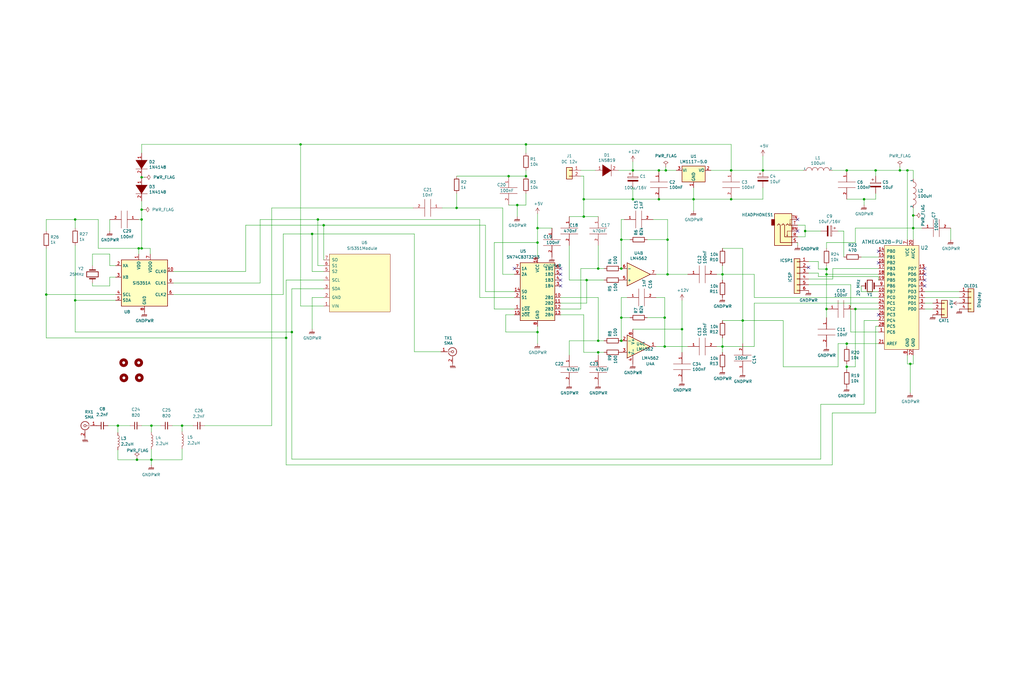
<source format=kicad_sch>
(kicad_sch (version 20211123) (generator eeschema)
  (paper "User" 450.012 299.999)
  (title_block (title "Headless uSDX") (date "2022-02-24") (rev "V0.01") (company "VU3CER. Based on WB2CBA work."))
  (junction (at 139.7 96.52))
  (junction (at 379.73 87.63))
  (junction (at 278.13 74.93))
  (junction (at 236.22 100.33))
  (junction (at 398.78 74.93))
  (junction (at 62.23 96.52))
  (junction (at 363.22 135.89))
  (junction (at 372.11 74.93))
  (junction (at 317.5 120.65))
  (junction (at 132.08 63.5))
  (junction (at 33.02 96.52))
  (junction (at 223.52 77.47))
  (junction (at 292.608 74.93))
  (junction (at 401.32 94.742))
  (junction (at 33.02 132.08))
  (junction (at 372.11 151.13))
  (junction (at 293.37 120.65))
  (junction (at 292.1 152.4))
  (junction (at 262.89 118.11))
  (junction (at 262.89 154.94))
  (junction (at 231.14 77.47))
  (junction (at 257.81 123.19))
  (junction (at 236.22 106.68))
  (junction (at 62.23 77.978))
  (junction (at 236.22 146.05))
  (junction (at 200.66 91.44))
  (junction (at 62.23 109.22))
  (junction (at 273.05 149.86))
  (junction (at 262.89 149.86))
  (junction (at 273.05 118.11))
  (junction (at 375.92 135.89))
  (junction (at 256.54 87.63))
  (junction (at 326.39 140.97))
  (junction (at 289.56 74.93))
  (junction (at 384.81 74.93))
  (junction (at 273.05 105.41))
  (junction (at 20.32 129.54))
  (junction (at 137.16 102.87))
  (junction (at 304.8 87.63))
  (junction (at 299.72 144.78))
  (junction (at 353.822 101.6))
  (junction (at 372.11 161.29))
  (junction (at 227.33 90.17))
  (junction (at 363.22 120.65))
  (junction (at 51.816 187.198))
  (junction (at 289.56 87.63))
  (junction (at 66.548 202.184))
  (junction (at 321.31 87.63))
  (junction (at 66.548 187.198))
  (junction (at 60.198 202.184))
  (junction (at 60.96 109.22))
  (junction (at 292.1 139.7))
  (junction (at 317.5 152.4))
  (junction (at 256.54 95.25))
  (junction (at 128.27 146.05))
  (junction (at 395.478 74.93))
  (junction (at 335.28 74.93))
  (junction (at 400.05 160.02))
  (junction (at 363.22 118.364))
  (junction (at 80.01 187.198))
  (junction (at 273.05 139.7))
  (junction (at 401.32 100.33))
  (junction (at 125.73 148.59))
  (junction (at 62.23 92.202))
  (junction (at 142.24 99.06))
  (junction (at 321.31 74.93))
  (junction (at 293.37 105.41))
  (junction (at 278.13 87.63))
  (junction (at 231.14 63.5))
  (no_connect (at 386.08 110.49))
  (no_connect (at 355.346 117.602))
  (no_connect (at 350.52 101.6))
  (no_connect (at 226.06 118.11))
  (no_connect (at 246.38 125.73))
  (no_connect (at 246.38 118.11))
  (no_connect (at 246.38 120.65))
  (no_connect (at 246.38 123.19))
  (no_connect (at 386.08 115.57))
  (no_connect (at 406.4 118.11))
  (no_connect (at 406.4 120.65))
  (no_connect (at 406.4 125.73))
  (no_connect (at 350.52 96.52))
  (no_connect (at 386.08 138.43))
  (no_connect (at 406.4 123.19))
  (wire (pts (xy 262.89 154.94) (xy 265.43 154.94)))
  (wire (pts (xy 250.19 95.25) (xy 256.54 95.25)))
  (wire (pts (xy 62.23 77.978) (xy 62.23 78.232)))
  (wire (pts (xy 384.81 87.63) (xy 384.81 85.09)))
  (wire (pts (xy 400.05 160.02) (xy 400.05 172.72)))
  (wire (pts (xy 20.32 129.54) (xy 50.8 129.54)))
  (wire (pts (xy 250.19 107.95) (xy 250.19 123.19)))
  (wire (pts (xy 262.89 107.95) (xy 262.89 118.11)))
  (wire (pts (xy 379.73 177.8) (xy 360.68 177.8)))
  (wire (pts (xy 66.548 187.198) (xy 66.548 189.992)))
  (wire (pts (xy 335.28 74.93) (xy 353.06 74.93)))
  (wire (pts (xy 304.8 82.55) (xy 304.8 87.63)))
  (wire (pts (xy 60.198 202.184) (xy 66.548 202.184)))
  (wire (pts (xy 365.76 181.61) (xy 365.76 204.47)))
  (wire (pts (xy 262.89 149.86) (xy 265.43 149.86)))
  (wire (pts (xy 375.92 100.33) (xy 401.32 100.33)))
  (wire (pts (xy 262.89 118.11) (xy 255.27 118.11)))
  (wire (pts (xy 363.22 120.65) (xy 363.22 135.89)))
  (wire (pts (xy 217.17 106.68) (xy 236.22 106.68)))
  (wire (pts (xy 20.32 96.52) (xy 20.32 101.6)))
  (wire (pts (xy 304.8 87.63) (xy 304.8 92.71)))
  (wire (pts (xy 331.47 133.35) (xy 331.47 152.4)))
  (wire (pts (xy 370.84 101.6) (xy 368.3 101.6)))
  (wire (pts (xy 274.32 96.52) (xy 273.05 96.52)))
  (wire (pts (xy 62.23 96.52) (xy 62.23 109.22)))
  (wire (pts (xy 317.5 152.4) (xy 317.5 148.59)))
  (wire (pts (xy 236.22 93.98) (xy 236.22 100.33)))
  (wire (pts (xy 363.22 116.84) (xy 363.22 118.364)))
  (wire (pts (xy 299.72 132.08) (xy 299.72 144.78)))
  (wire (pts (xy 114.3 124.46) (xy 114.3 96.52)))
  (wire (pts (xy 289.56 87.63) (xy 304.8 87.63)))
  (wire (pts (xy 299.72 144.78) (xy 299.72 154.94)))
  (wire (pts (xy 401.32 78.74) (xy 401.32 74.93)))
  (wire (pts (xy 265.43 118.11) (xy 262.89 118.11)))
  (wire (pts (xy 321.31 63.5) (xy 321.31 74.93)))
  (wire (pts (xy 265.43 123.19) (xy 257.81 123.19)))
  (wire (pts (xy 181.61 91.44) (xy 119.38 91.44)))
  (wire (pts (xy 363.22 118.364) (xy 363.22 120.65)))
  (wire (pts (xy 62.23 92.202) (xy 62.992 92.202)))
  (wire (pts (xy 40.64 111.76) (xy 48.26 111.76)))
  (wire (pts (xy 370.84 101.6) (xy 370.84 113.03)))
  (wire (pts (xy 273.05 139.7) (xy 273.05 149.86)))
  (wire (pts (xy 60.96 96.52) (xy 62.23 96.52)))
  (wire (pts (xy 132.08 63.5) (xy 132.08 134.62)))
  (wire (pts (xy 406.4 135.89) (xy 409.956 135.89)))
  (wire (pts (xy 62.23 109.22) (xy 66.04 109.22)))
  (wire (pts (xy 373.888 125.222) (xy 373.888 146.05)))
  (wire (pts (xy 293.37 120.65) (xy 288.29 120.65)))
  (wire (pts (xy 350.52 106.68) (xy 350.52 107.95)))
  (wire (pts (xy 326.39 140.97) (xy 326.39 151.13)))
  (wire (pts (xy 33.02 132.08) (xy 50.8 132.08)))
  (wire (pts (xy 139.7 96.52) (xy 210.82 96.52)))
  (wire (pts (xy 213.36 128.27) (xy 226.06 128.27)))
  (wire (pts (xy 107.95 119.38) (xy 76.2 119.38)))
  (wire (pts (xy 304.8 87.63) (xy 321.31 87.63)))
  (wire (pts (xy 256.54 77.47) (xy 256.54 87.63)))
  (wire (pts (xy 51.816 202.184) (xy 60.198 202.184)))
  (wire (pts (xy 372.11 151.13) (xy 368.3 151.13)))
  (wire (pts (xy 250.19 123.19) (xy 257.81 123.19)))
  (wire (pts (xy 344.17 140.97) (xy 326.39 140.97)))
  (wire (pts (xy 271.78 74.93) (xy 278.13 74.93)))
  (wire (pts (xy 231.14 85.09) (xy 231.14 90.17)))
  (wire (pts (xy 223.52 77.47) (xy 231.14 77.47)))
  (wire (pts (xy 289.56 74.93) (xy 292.608 74.93)))
  (wire (pts (xy 33.02 146.05) (xy 128.27 146.05)))
  (wire (pts (xy 378.46 125.73) (xy 378.46 128.27)))
  (wire (pts (xy 124.46 102.87) (xy 137.16 102.87)))
  (wire (pts (xy 373.888 146.05) (xy 386.08 146.05)))
  (wire (pts (xy 256.54 154.94) (xy 262.89 154.94)))
  (wire (pts (xy 276.86 139.7) (xy 273.05 139.7)))
  (wire (pts (xy 284.48 105.41) (xy 293.37 105.41)))
  (wire (pts (xy 366.014 122.682) (xy 355.346 122.682)))
  (wire (pts (xy 257.81 123.19) (xy 257.81 133.35)))
  (wire (pts (xy 355.346 115.062) (xy 359.664 115.062)))
  (wire (pts (xy 372.11 152.4) (xy 372.11 151.13)))
  (wire (pts (xy 48.26 121.92) (xy 50.8 121.92)))
  (wire (pts (xy 227.33 95.25) (xy 227.33 90.17)))
  (wire (pts (xy 231.14 90.17) (xy 227.33 90.17)))
  (wire (pts (xy 62.23 77.47) (xy 62.23 77.978)))
  (wire (pts (xy 372.11 160.02) (xy 372.11 161.29)))
  (wire (pts (xy 401.32 94.742) (xy 401.32 100.33)))
  (wire (pts (xy 222.25 138.43) (xy 226.06 138.43)))
  (wire (pts (xy 355.346 125.222) (xy 373.888 125.222)))
  (wire (pts (xy 48.26 125.73) (xy 48.26 121.92)))
  (wire (pts (xy 142.24 99.06) (xy 142.24 114.3)))
  (wire (pts (xy 368.3 161.29) (xy 344.17 161.29)))
  (wire (pts (xy 80.01 187.198) (xy 80.01 189.738)))
  (wire (pts (xy 363.22 106.68) (xy 375.92 106.68)))
  (wire (pts (xy 276.86 105.41) (xy 273.05 105.41)))
  (wire (pts (xy 257.81 133.35) (xy 246.38 133.35)))
  (wire (pts (xy 288.29 152.4) (xy 292.1 152.4)))
  (wire (pts (xy 76.2 124.46) (xy 114.3 124.46)))
  (wire (pts (xy 359.664 120.142) (xy 355.346 120.142)))
  (wire (pts (xy 255.27 118.11) (xy 255.27 135.89)))
  (wire (pts (xy 292.1 139.7) (xy 292.1 152.4)))
  (wire (pts (xy 33.02 132.08) (xy 33.02 146.05)))
  (wire (pts (xy 417.83 100.33) (xy 417.83 105.41)))
  (wire (pts (xy 62.23 92.202) (xy 62.23 96.52)))
  (wire (pts (xy 366.014 118.11) (xy 366.014 122.682)))
  (wire (pts (xy 344.17 161.29) (xy 344.17 140.97)))
  (wire (pts (xy 66.548 202.184) (xy 66.548 197.612)))
  (wire (pts (xy 213.36 99.06) (xy 213.36 128.27)))
  (wire (pts (xy 250.19 149.86) (xy 262.89 149.86)))
  (wire (pts (xy 350.52 99.06) (xy 353.822 99.06)))
  (wire (pts (xy 363.22 135.89) (xy 363.22 139.7)))
  (wire (pts (xy 51.816 190.246) (xy 51.816 187.198)))
  (wire (pts (xy 353.822 99.06) (xy 353.822 101.6)))
  (wire (pts (xy 293.37 96.52) (xy 293.37 105.41)))
  (wire (pts (xy 142.24 130.81) (xy 137.16 130.81)))
  (wire (pts (xy 128.27 127) (xy 128.27 146.05)))
  (wire (pts (xy 137.16 102.87) (xy 182.118 102.87)))
  (wire (pts (xy 372.11 161.29) (xy 372.11 162.56)))
  (wire (pts (xy 262.89 156.21) (xy 262.89 154.94)))
  (wire (pts (xy 231.14 67.31) (xy 231.14 63.5)))
  (wire (pts (xy 66.548 202.184) (xy 66.548 204.47)))
  (wire (pts (xy 360.68 177.8) (xy 360.68 201.93)))
  (wire (pts (xy 128.27 146.05) (xy 128.27 201.93)))
  (wire (pts (xy 89.916 187.198) (xy 119.38 187.198)))
  (wire (pts (xy 292.1 130.81) (xy 292.1 139.7)))
  (wire (pts (xy 48.26 116.84) (xy 50.8 116.84)))
  (wire (pts (xy 256.54 95.25) (xy 262.89 95.25)))
  (wire (pts (xy 132.08 63.5) (xy 231.14 63.5)))
  (wire (pts (xy 132.08 134.62) (xy 142.24 134.62)))
  (wire (pts (xy 182.118 102.87) (xy 182.118 154.686)))
  (wire (pts (xy 317.5 120.65) (xy 317.5 123.19)))
  (wire (pts (xy 80.01 197.358) (xy 80.01 202.184)))
  (wire (pts (xy 255.27 74.93) (xy 261.62 74.93)))
  (wire (pts (xy 278.13 71.12) (xy 278.13 74.93)))
  (wire (pts (xy 353.822 104.14) (xy 353.822 101.6)))
  (wire (pts (xy 62.23 67.31) (xy 62.23 63.5)))
  (wire (pts (xy 406.4 130.81) (xy 421.64 130.81)))
  (wire (pts (xy 293.37 105.41) (xy 293.37 120.65)))
  (wire (pts (xy 350.52 104.14) (xy 353.822 104.14)))
  (wire (pts (xy 75.692 187.198) (xy 80.01 187.198)))
  (wire (pts (xy 317.5 152.4) (xy 331.47 152.4)))
  (wire (pts (xy 363.22 109.22) (xy 363.22 106.68)))
  (wire (pts (xy 142.24 127) (xy 128.27 127)))
  (wire (pts (xy 292.1 152.4) (xy 302.26 152.4)))
  (wire (pts (xy 359.664 118.364) (xy 363.22 118.364)))
  (wire (pts (xy 335.28 87.63) (xy 335.28 82.55)))
  (wire (pts (xy 43.18 109.22) (xy 60.96 109.22)))
  (wire (pts (xy 62.23 109.22) (xy 60.96 109.22)))
  (wire (pts (xy 200.66 85.09) (xy 200.66 91.44)))
  (wire (pts (xy 62.23 88.392) (xy 62.23 92.202)))
  (wire (pts (xy 401.32 94.742) (xy 401.828 94.742)))
  (wire (pts (xy 317.5 120.65) (xy 317.5 116.84)))
  (wire (pts (xy 114.3 96.52) (xy 139.7 96.52)))
  (wire (pts (xy 406.4 128.27) (xy 421.64 128.27)))
  (wire (pts (xy 107.95 99.06) (xy 142.24 99.06)))
  (wire (pts (xy 226.06 135.89) (xy 217.17 135.89)))
  (wire (pts (xy 386.08 118.11) (xy 366.014 118.11)))
  (wire (pts (xy 359.664 115.062) (xy 359.664 118.364)))
  (wire (pts (xy 139.7 116.84) (xy 139.7 96.52)))
  (wire (pts (xy 62.23 187.198) (xy 66.548 187.198)))
  (wire (pts (xy 398.78 74.93) (xy 398.78 105.41)))
  (wire (pts (xy 384.81 74.93) (xy 395.478 74.93)))
  (wire (pts (xy 273.05 105.41) (xy 273.05 118.11)))
  (wire (pts (xy 400.05 160.02) (xy 401.32 160.02)))
  (wire (pts (xy 372.11 161.29) (xy 375.92 161.29)))
  (wire (pts (xy 107.95 119.38) (xy 107.95 99.06)))
  (wire (pts (xy 406.4 133.35) (xy 409.956 133.35)))
  (wire (pts (xy 398.78 160.02) (xy 400.05 160.02)))
  (wire (pts (xy 273.05 130.81) (xy 273.05 139.7)))
  (wire (pts (xy 236.22 146.05) (xy 222.25 146.05)))
  (wire (pts (xy 386.08 120.65) (xy 363.22 120.65)))
  (wire (pts (xy 273.05 96.52) (xy 273.05 105.41)))
  (wire (pts (xy 236.22 106.68) (xy 236.22 113.03)))
  (wire (pts (xy 20.32 148.59) (xy 125.73 148.59)))
  (wire (pts (xy 142.24 116.84) (xy 139.7 116.84)))
  (wire (pts (xy 278.13 87.63) (xy 289.56 87.63)))
  (wire (pts (xy 236.22 100.33) (xy 236.22 106.68)))
  (wire (pts (xy 231.14 63.5) (xy 321.31 63.5)))
  (wire (pts (xy 321.31 87.63) (xy 335.28 87.63)))
  (wire (pts (xy 231.14 77.47) (xy 231.14 74.93)))
  (wire (pts (xy 200.66 77.47) (xy 223.52 77.47)))
  (wire (pts (xy 372.11 87.63) (xy 379.73 87.63)))
  (wire (pts (xy 182.118 154.686) (xy 193.802 154.686)))
  (wire (pts (xy 40.64 125.73) (xy 48.26 125.73)))
  (wire (pts (xy 220.98 91.44) (xy 220.98 120.65)))
  (wire (pts (xy 401.32 100.33) (xy 401.32 105.41)))
  (wire (pts (xy 222.25 146.05) (xy 222.25 138.43)))
  (wire (pts (xy 236.22 146.05) (xy 236.22 151.13)))
  (wire (pts (xy 278.13 82.55) (xy 278.13 87.63)))
  (wire (pts (xy 326.39 109.22) (xy 326.39 140.97)))
  (wire (pts (xy 66.548 187.198) (xy 70.612 187.198)))
  (wire (pts (xy 256.54 87.63) (xy 278.13 87.63)))
  (wire (pts (xy 43.18 96.52) (xy 43.18 109.22)))
  (wire (pts (xy 33.02 96.52) (xy 33.02 100.33)))
  (wire (pts (xy 372.11 151.13) (xy 386.08 151.13)))
  (wire (pts (xy 314.96 120.65) (xy 317.5 120.65)))
  (wire (pts (xy 227.33 90.17) (xy 223.52 90.17)))
  (wire (pts (xy 386.08 121.666) (xy 386.08 123.19)))
  (wire (pts (xy 236.22 143.51) (xy 236.22 146.05)))
  (wire (pts (xy 47.498 187.198) (xy 51.816 187.198)))
  (wire (pts (xy 242.57 100.33) (xy 236.22 100.33)))
  (wire (pts (xy 20.32 109.22) (xy 20.32 129.54)))
  (wire (pts (xy 386.08 133.35) (xy 331.47 133.35)))
  (wire (pts (xy 255.27 135.89) (xy 246.38 135.89)))
  (wire (pts (xy 401.32 91.44) (xy 401.32 94.742)))
  (wire (pts (xy 137.16 130.81) (xy 137.16 144.78)))
  (wire (pts (xy 395.478 74.93) (xy 398.78 74.93)))
  (wire (pts (xy 292.608 73.406) (xy 292.608 74.93)))
  (wire (pts (xy 375.92 161.29) (xy 375.92 135.89)))
  (wire (pts (xy 80.01 202.184) (xy 66.548 202.184)))
  (wire (pts (xy 51.816 197.866) (xy 51.816 202.184)))
  (wire (pts (xy 379.73 87.63) (xy 384.81 87.63)))
  (wire (pts (xy 321.31 74.93) (xy 335.28 74.93)))
  (wire (pts (xy 125.73 123.19) (xy 142.24 123.19)))
  (wire (pts (xy 284.48 139.7) (xy 292.1 139.7)))
  (wire (pts (xy 217.17 135.89) (xy 217.17 106.68)))
  (wire (pts (xy 299.72 144.78) (xy 278.13 144.78)))
  (wire (pts (xy 405.13 100.33) (xy 401.32 100.33)))
  (wire (pts (xy 210.82 130.81) (xy 226.06 130.81)))
  (wire (pts (xy 60.96 109.22) (xy 60.96 111.76)))
  (wire (pts (xy 401.32 160.02) (xy 401.32 156.21)))
  (wire (pts (xy 302.26 120.65) (xy 293.37 120.65)))
  (wire (pts (xy 365.76 181.61) (xy 384.81 181.61)))
  (wire (pts (xy 137.16 119.38) (xy 137.16 102.87)))
  (wire (pts (xy 124.46 129.54) (xy 124.46 102.87)))
  (wire (pts (xy 125.73 204.47) (xy 125.73 148.59)))
  (wire (pts (xy 372.11 74.93) (xy 384.81 74.93)))
  (wire (pts (xy 275.59 130.81) (xy 273.05 130.81)))
  (wire (pts (xy 80.01 187.198) (xy 84.836 187.198)))
  (wire (pts (xy 62.23 63.5) (xy 132.08 63.5)))
  (wire (pts (xy 386.08 135.89) (xy 375.92 135.89)))
  (wire (pts (xy 384.81 143.51) (xy 386.08 143.51)))
  (wire (pts (xy 317.5 152.4) (xy 317.5 154.94)))
  (wire (pts (xy 250.19 156.21) (xy 250.19 149.86)))
  (wire (pts (xy 119.38 91.44) (xy 119.38 187.198)))
  (wire (pts (xy 33.02 107.95) (xy 33.02 132.08)))
  (wire (pts (xy 128.27 201.93) (xy 360.68 201.93)))
  (wire (pts (xy 40.64 116.84) (xy 40.64 111.76)))
  (wire (pts (xy 312.42 74.93) (xy 321.31 74.93)))
  (wire (pts (xy 278.13 74.93) (xy 289.56 74.93)))
  (wire (pts (xy 210.82 96.52) (xy 210.82 130.81)))
  (wire (pts (xy 395.478 73.406) (xy 395.478 74.93)))
  (wire (pts (xy 379.73 90.17) (xy 379.73 87.63)))
  (wire (pts (xy 76.2 129.54) (xy 124.46 129.54)))
  (wire (pts (xy 386.08 140.97) (xy 379.73 140.97)))
  (wire (pts (xy 220.98 120.65) (xy 226.06 120.65)))
  (wire (pts (xy 142.24 119.38) (xy 137.16 119.38)))
  (wire (pts (xy 246.38 138.43) (xy 256.54 138.43)))
  (wire (pts (xy 256.54 95.25) (xy 256.54 87.63)))
  (wire (pts (xy 287.02 96.52) (xy 293.37 96.52)))
  (wire (pts (xy 66.04 109.22) (xy 66.04 111.76)))
  (wire (pts (xy 48.26 111.76) (xy 48.26 116.84)))
  (wire (pts (xy 292.608 74.93) (xy 297.18 74.93)))
  (wire (pts (xy 331.47 120.65) (xy 317.5 120.65)))
  (wire (pts (xy 335.28 68.58) (xy 335.28 74.93)))
  (wire (pts (xy 60.198 201.676) (xy 60.198 202.184)))
  (wire (pts (xy 125.73 204.47) (xy 365.76 204.47)))
  (wire (pts (xy 398.78 74.93) (xy 401.32 74.93)))
  (wire (pts (xy 368.3 151.13) (xy 368.3 161.29)))
  (wire (pts (xy 246.38 130.81) (xy 262.89 130.81)))
  (wire (pts (xy 331.47 130.81) (xy 331.47 120.65)))
  (wire (pts (xy 386.08 130.81) (xy 331.47 130.81)))
  (wire (pts (xy 262.89 130.81) (xy 262.89 149.86)))
  (wire (pts (xy 40.64 124.46) (xy 40.64 125.73)))
  (wire (pts (xy 314.96 152.4) (xy 317.5 152.4)))
  (wire (pts (xy 359.664 120.142) (xy 359.664 121.666)))
  (wire (pts (xy 256.54 138.43) (xy 256.54 154.94)))
  (wire (pts (xy 213.36 99.06) (xy 142.24 99.06)))
  (wire (pts (xy 200.66 91.44) (xy 220.98 91.44)))
  (wire (pts (xy 379.73 140.97) (xy 379.73 177.8)))
  (wire (pts (xy 359.664 121.666) (xy 386.08 121.666)))
  (wire (pts (xy 20.32 96.52) (xy 33.02 96.52)))
  (wire (pts (xy 378.46 128.27) (xy 386.08 128.27)))
  (wire (pts (xy 353.822 101.6) (xy 360.68 101.6)))
  (wire (pts (xy 384.81 74.93) (xy 384.81 77.47)))
  (wire (pts (xy 317.5 109.22) (xy 326.39 109.22)))
  (wire (pts (xy 288.29 130.81) (xy 292.1 130.81)))
  (wire (pts (xy 125.73 148.59) (xy 125.73 123.19)))
  (wire (pts (xy 365.76 74.93) (xy 372.11 74.93)))
  (wire (pts (xy 398.78 156.21) (xy 398.78 160.02)))
  (wire (pts (xy 317.5 140.97) (xy 326.39 140.97)))
  (wire (pts (xy 33.02 96.52) (xy 43.18 96.52)))
  (wire (pts (xy 375.92 106.68) (xy 375.92 100.33)))
  (wire (pts (xy 62.23 77.978) (xy 63.5 77.978)))
  (wire (pts (xy 51.816 187.198) (xy 57.15 187.198)))
  (wire (pts (xy 20.32 129.54) (xy 20.32 148.59)))
  (wire (pts (xy 384.81 181.61) (xy 384.81 143.51)))
  (wire (pts (xy 378.46 113.03) (xy 386.08 113.03)))
  (wire (pts (xy 48.26 101.6) (xy 48.26 96.52)))
  (wire (pts (xy 255.27 77.47) (xy 256.54 77.47)))
  (wire (pts (xy 194.31 91.44) (xy 200.66 91.44)))
  (symbol (lib_id "Amplifier_Operational:LM4562") (at 280.67 120.65 0) (mirror x) (unit 2)
    (property "Reference" "U4" (at 280.67 111.3282 0))
    (property "Value" "LM4562" (at 280.67 113.6396 0))
    (property "Footprint" "Package_DIP:DIP-8_W7.62mm_LongPads" (effects hide))
    (property "Datasheet" "http://www.ti.com/lit/ds/symlink/lm4562.pdf" (effects hide))
  )
  (symbol (lib_id "Amplifier_Operational:LM4562") (at 280.67 152.4 0) (mirror x) (unit 1)
    (property "Reference" "U4" (at 285.75 160.02 0))
    (property "Value" "LM4562" (at 285.75 157.48 0))
    (property "Footprint" "Package_DIP:DIP-8_W7.62mm_LongPads" (effects hide))
    (property "Datasheet" "http://www.ti.com/lit/ds/symlink/lm4562.pdf" (effects hide))
  )
  (symbol (lib_id "Analog_Switch:SN74CBT3253") (at 236.22 128.27 0) (unit 1)
    (property "Reference" "U5" (at 229.87 110.49 0))
    (property "Value" "SN74CB3T3253" (at 229.87 113.03 0))
    (property "Footprint" "Package_SO:SOIC-16_4.55x10.3mm_P1.27mm" (effects hide))
    (property "Datasheet" "http://www.ti.com/lit/gpn/sn74cbt3253" (effects hide))
  )
  (symbol (lib_id "Device:Crystal") (at 382.27 125.73 180) (unit 1)
    (property "Reference" "Y1" (at 382.27 129.54 0))
    (property "Value" "20 MHz" (at 377.19 126.492 90))
    (property "Footprint" "Crystal:Crystal_HC49-U_Vertical" (effects hide))
  )
  (symbol (lib_id "pspice:CAP") (at 289.56 81.28 0) (unit 1)
    (property "Reference" "C2" (at 294.0812 80.1116 0) (effects (justify left)))
    (property "Value" "100nF" (at 294.0812 82.423 0) (effects (justify left)))
    (property "Footprint" "Capacitor_THT:C_Disc_D3.0mm_W2.0mm_P2.50mm" (effects hide))
  )
  (symbol (lib_id "pspice:CAP") (at 321.31 81.28 0) (unit 1)
    (property "Reference" "C3" (at 325.8312 80.1116 0) (effects (justify left)))
    (property "Value" "100nF" (at 325.8312 82.423 0) (effects (justify left)))
    (property "Footprint" "Capacitor_THT:C_Disc_D3.0mm_W2.0mm_P2.50mm" (effects hide))
  )
  (symbol (lib_id "Device:C_Polarized") (at 278.13 78.74 0) (unit 1)
    (property "Reference" "C1" (at 281.1272 77.5716 0) (effects (justify left)))
    (property "Value" "100u/16V" (at 274.32 82.55 0) (effects (justify left)))
    (property "Footprint" "Capacitor_THT:CP_Radial_D5.0mm_P2.50mm" (effects hide))
  )
  (symbol (lib_id "Device:C_Polarized") (at 335.28 78.74 0) (unit 1)
    (property "Reference" "C4" (at 338.2772 77.5716 0) (effects (justify left)))
    (property "Value" "10uF" (at 338.2772 79.883 0) (effects (justify left)))
    (property "Footprint" "Capacitor_THT:CP_Radial_D4.0mm_P2.00mm" (effects hide))
  )
  (symbol (lib_id "power:GNDPWR") (at 304.8 92.71 0) (unit 1)
    (property "Reference" "#PWR0104" (effects hide))
    (property "Value" "GNDPWR" (at 304.9016 96.6216 0))
  )
  (symbol (lib_id "pspice:INDUCTOR") (at 359.41 74.93 0) (unit 1)
    (property "Reference" "L1" (at 359.41 69.469 0))
    (property "Value" "100uH" (at 359.41 71.7804 0))
    (property "Footprint" "Inductor_THT:L_Axial_L5.3mm_D2.2mm_P2.54mm_Vertical_Vishay_IM-1" (effects hide))
  )
  (symbol (lib_id "pspice:CAP") (at 372.11 81.28 0) (unit 1)
    (property "Reference" "C6" (at 376.6312 80.1116 0) (effects (justify left)))
    (property "Value" "100nF" (at 376.6312 82.423 0) (effects (justify left)))
    (property "Footprint" "Capacitor_THT:C_Disc_D3.0mm_W2.0mm_P2.50mm" (effects hide))
  )
  (symbol (lib_id "Device:C_Polarized") (at 384.81 81.28 0) (unit 1)
    (property "Reference" "C5" (at 387.8072 80.1116 0) (effects (justify left)))
    (property "Value" "10uF" (at 387.8072 82.423 0) (effects (justify left)))
    (property "Footprint" "Capacitor_THT:CP_Radial_D4.0mm_P2.00mm" (effects hide))
  )
  (symbol (lib_id "power:GNDPWR") (at 379.73 90.17 0) (unit 1)
    (property "Reference" "#PWR0105" (effects hide))
    (property "Value" "GNDPWR" (at 379.8316 94.0816 0))
  )
  (symbol (lib_id "SDR_SSB-rescue:SI5351Module_2-VFO") (at 157.48 124.46 0) (unit 1)
    (property "Reference" "U6" (at 158.75 106.68 0) (effects (justify left)))
    (property "Value" "SI5351Module" (at 152.4 109.22 0) (effects (justify left)))
    (property "Footprint" "footprints:SI5351 Module" (effects hide))
  )
  (symbol (lib_id "pspice:DIODE") (at 266.7 74.93 0) (unit 1)
    (property "Reference" "D1" (at 266.7 68.199 0))
    (property "Value" "1N5819" (at 266.7 70.5104 0))
    (property "Footprint" "Diode_THT:D_A-405_P2.54mm_Vertical_AnodeUp" (effects hide))
  )
  (symbol (lib_id "pspice:INDUCTOR") (at 401.32 85.09 270) (unit 1)
    (property "Reference" "L2" (at 403.3012 83.9216 90) (effects (justify left)))
    (property "Value" "100uH" (at 403.3012 86.233 90) (effects (justify left)))
    (property "Footprint" "Inductor_THT:L_Axial_L5.3mm_D2.2mm_P2.54mm_Vertical_Vishay_IM-1" (effects hide))
  )
  (symbol (lib_id "pspice:CAP") (at 411.48 100.33 90) (unit 1)
    (property "Reference" "C7" (at 410.3116 95.8088 0) (effects (justify left)))
    (property "Value" "100nF" (at 411.48 101.6 0) (effects (justify left)))
    (property "Footprint" "Capacitor_THT:C_Disc_D3.0mm_W2.0mm_P2.50mm" (effects hide))
  )
  (symbol (lib_id "power:GNDPWR") (at 417.83 105.41 0) (unit 1)
    (property "Reference" "#PWR0107" (effects hide))
    (property "Value" "GNDPWR" (at 417.9316 109.3216 0))
  )
  (symbol (lib_id "power:+5V") (at 335.28 68.58 0) (unit 1)
    (property "Reference" "#PWR0108" (effects hide))
    (property "Value" "+5V" (at 335.661 64.1858 0))
  )
  (symbol (lib_id "power:+12V") (at 278.13 71.12 0) (unit 1)
    (property "Reference" "#PWR0130" (effects hide))
    (property "Value" "+12V" (at 278.511 66.7258 0))
  )
  (symbol (lib_id "power:GNDPWR") (at 137.16 144.78 0) (unit 1)
    (property "Reference" "#PWR0121" (effects hide))
    (property "Value" "GNDPWR" (at 137.2616 148.6916 0))
  )
  (symbol (lib_id "power:GNDPWR") (at 400.05 172.72 0) (unit 1)
    (property "Reference" "#PWR0112" (effects hide))
    (property "Value" "GNDPWR" (at 400.1516 176.6316 0))
  )
  (symbol (lib_id "Device:C_Polarized") (at 364.49 101.6 270) (unit 1)
    (property "Reference" "C9" (at 364.49 95.123 90))
    (property "Value" "10uF/16V" (at 364.49 97.4344 90))
    (property "Footprint" "Capacitor_THT:CP_Radial_D4.0mm_P2.00mm" (effects hide))
  )
  (symbol (lib_id "Device:R") (at 363.22 113.03 0) (unit 1)
    (property "Reference" "R24" (at 364.998 111.8616 0) (effects (justify left)))
    (property "Value" "10k" (at 364.998 114.173 0) (effects (justify left)))
    (property "Footprint" "Resistor_THT:R_Axial_DIN0204_L3.6mm_D1.6mm_P1.90mm_Vertical" (effects hide))
  )
  (symbol (lib_id "Device:R") (at 372.11 166.37 0) (unit 1)
    (property "Reference" "R19" (at 373.888 165.2016 0) (effects (justify left)))
    (property "Value" "10k" (at 373.888 167.513 0) (effects (justify left)))
    (property "Footprint" "Resistor_THT:R_Axial_DIN0204_L3.6mm_D1.6mm_P1.90mm_Vertical" (effects hide))
  )
  (symbol (lib_id "Device:R") (at 372.11 156.21 0) (unit 1)
    (property "Reference" "R20" (at 373.888 155.0416 0) (effects (justify left)))
    (property "Value" "10k" (at 373.888 157.353 0) (effects (justify left)))
    (property "Footprint" "Resistor_THT:R_Axial_DIN0204_L3.6mm_D1.6mm_P1.90mm_Vertical" (effects hide))
  )
  (symbol (lib_id "pspice:CAP") (at 363.22 146.05 0) (unit 1)
    (property "Reference" "C11" (at 367.7412 144.8816 0) (effects (justify left)))
    (property "Value" "10nF" (at 367.7412 147.193 0) (effects (justify left)))
    (property "Footprint" "Capacitor_THT:C_Disc_D3.0mm_W2.0mm_P2.50mm" (effects hide))
  )
  (symbol (lib_id "pspice:CAP") (at 369.57 135.89 90) (unit 1)
    (property "Reference" "C10" (at 369.57 127.889 90))
    (property "Value" "100nF" (at 369.57 129.794 90))
    (property "Footprint" "Capacitor_THT:C_Disc_D3.0mm_W2.0mm_P2.50mm" (effects hide))
  )
  (symbol (lib_id "power:GNDPWR") (at 363.22 152.4 0) (unit 1)
    (property "Reference" "#PWR0114" (effects hide))
    (property "Value" "GNDPWR" (at 363.3216 156.3116 0))
  )
  (symbol (lib_id "power:GNDPWR") (at 372.11 170.18 0) (unit 1)
    (property "Reference" "#PWR0115" (effects hide))
    (property "Value" "GNDPWR" (at 372.2116 174.0916 0))
  )
  (symbol (lib_id "Amplifier_Operational:LM4562") (at 280.67 152.4 0) (unit 3)
    (property "Reference" "U4" (at 279.6032 151.2316 0) (effects (justify left)))
    (property "Value" "LM4562" (at 279.6032 153.543 0) (effects (justify left)))
    (property "Footprint" "Package_DIP:DIP-8_W7.62mm_LongPads" (effects hide))
    (property "Datasheet" "http://www.ti.com/lit/ds/symlink/lm4562.pdf" (effects hide))
  )
  (symbol (lib_id "Device:R") (at 269.24 123.19 90) (unit 1)
    (property "Reference" "R5" (at 267.97 128.27 0) (effects (justify left)))
    (property "Value" "100" (at 270.51 128.27 0) (effects (justify left)))
    (property "Footprint" "Resistor_THT:R_Axial_DIN0204_L3.6mm_D1.6mm_P1.90mm_Vertical" (effects hide))
  )
  (symbol (lib_id "Device:R") (at 269.24 149.86 90) (unit 1)
    (property "Reference" "R8" (at 268.0716 148.082 0) (effects (justify left)))
    (property "Value" "100" (at 270.383 148.082 0) (effects (justify left)))
    (property "Footprint" "Resistor_THT:R_Axial_DIN0204_L3.6mm_D1.6mm_P1.90mm_Vertical" (effects hide))
  )
  (symbol (lib_id "Device:R") (at 269.24 154.94 90) (unit 1)
    (property "Reference" "R9" (at 267.97 158.75 0) (effects (justify left)))
    (property "Value" "100" (at 270.51 160.02 0) (effects (justify left)))
    (property "Footprint" "Resistor_THT:R_Axial_DIN0204_L3.6mm_D1.6mm_P1.90mm_Vertical" (effects hide))
  )
  (symbol (lib_id "Device:R") (at 269.24 118.11 90) (unit 1)
    (property "Reference" "R4" (at 268.0716 116.332 0) (effects (justify left)))
    (property "Value" "100" (at 270.383 116.332 0) (effects (justify left)))
    (property "Footprint" "Resistor_THT:R_Axial_DIN0204_L3.6mm_D1.6mm_P1.90mm_Vertical" (effects hide))
  )
  (symbol (lib_id "pspice:CAP") (at 250.19 101.6 0) (unit 1)
    (property "Reference" "C18" (at 250.19 99.06 0) (effects (justify left)))
    (property "Value" "470nF" (at 247.65 101.6 0) (effects (justify left)))
    (property "Footprint" "Capacitor_THT:C_Disc_D3.0mm_W2.0mm_P2.50mm" (effects hide))
  )
  (symbol (lib_id "pspice:CAP") (at 262.89 101.6 0) (unit 1)
    (property "Reference" "C17" (at 264.16 99.06 0) (effects (justify left)))
    (property "Value" "470nF" (at 260.35 101.6 0) (effects (justify left)))
    (property "Footprint" "Capacitor_THT:C_Disc_D3.0mm_W2.0mm_P2.50mm" (effects hide))
  )
  (symbol (lib_id "pspice:CAP") (at 250.19 162.56 0) (unit 1)
    (property "Reference" "C22" (at 243.84 160.02 0) (effects (justify left)))
    (property "Value" "470nF" (at 248.92 162.56 0) (effects (justify left)))
    (property "Footprint" "Capacitor_THT:C_Disc_D3.0mm_W2.0mm_P2.50mm" (effects hide))
  )
  (symbol (lib_id "pspice:CAP") (at 262.89 162.56 0) (unit 1)
    (property "Reference" "C23" (at 259.08 160.02 0) (effects (justify left)))
    (property "Value" "470nF" (at 261.62 162.56 0) (effects (justify left)))
    (property "Footprint" "Capacitor_THT:C_Disc_D3.0mm_W2.0mm_P2.50mm" (effects hide))
  )
  (symbol (lib_id "Device:R") (at 374.65 113.03 270) (unit 1)
    (property "Reference" "R23" (at 374.65 107.7722 90))
    (property "Value" "470" (at 374.65 110.0836 90))
    (property "Footprint" "Resistor_THT:R_Axial_DIN0204_L3.6mm_D1.6mm_P1.90mm_Vertical" (effects hide))
  )
  (symbol (lib_id "power:GNDPWR") (at 350.52 107.95 0) (unit 1)
    (property "Reference" "#PWR0133" (effects hide))
    (property "Value" "GNDPWR" (at 355.854 109.474 0))
  )
  (symbol (lib_id "power:GNDPWR") (at 250.19 168.91 0) (unit 1)
    (property "Reference" "#PWR0116" (effects hide))
    (property "Value" "GNDPWR" (at 250.2916 172.8216 0))
  )
  (symbol (lib_id "power:GNDPWR") (at 262.89 168.91 0) (unit 1)
    (property "Reference" "#PWR0117" (effects hide))
    (property "Value" "GNDPWR" (at 262.9916 172.8216 0))
  )
  (symbol (lib_id "Device:R") (at 280.67 105.41 90) (unit 1)
    (property "Reference" "R6" (at 279.5016 103.632 0) (effects (justify left)))
    (property "Value" "82k" (at 281.813 103.632 0) (effects (justify left)))
    (property "Footprint" "Resistor_THT:R_Axial_DIN0204_L3.6mm_D1.6mm_P1.90mm_Vertical" (effects hide))
  )
  (symbol (lib_id "Device:R") (at 280.67 139.7 90) (unit 1)
    (property "Reference" "R7" (at 279.5016 137.922 0) (effects (justify left)))
    (property "Value" "82k" (at 281.813 137.922 0) (effects (justify left)))
    (property "Footprint" "Resistor_THT:R_Axial_DIN0204_L3.6mm_D1.6mm_P1.90mm_Vertical" (effects hide))
  )
  (symbol (lib_id "pspice:CAP") (at 280.67 96.52 90) (unit 1)
    (property "Reference" "C15" (at 279.5016 91.9988 0) (effects (justify left)))
    (property "Value" "1nF" (at 281.813 91.9988 0) (effects (justify left)))
    (property "Footprint" "Capacitor_THT:C_Disc_D3.0mm_W2.0mm_P2.50mm" (effects hide))
  )
  (symbol (lib_id "pspice:CAP") (at 281.94 130.81 90) (unit 1)
    (property "Reference" "C16" (at 285.75 127 0) (effects (justify left)))
    (property "Value" "1nF" (at 283.083 126.2888 0) (effects (justify left)))
    (property "Footprint" "Capacitor_THT:C_Disc_D3.0mm_W2.0mm_P2.50mm" (effects hide))
  )
  (symbol (lib_id "pspice:CAP") (at 187.96 91.44 270) (unit 1)
    (property "Reference" "C21" (at 187.96 83.439 90))
    (property "Value" "10nF" (at 187.96 85.7504 90))
    (property "Footprint" "Capacitor_THT:C_Disc_D3.0mm_W2.0mm_P2.50mm" (effects hide))
  )
  (symbol (lib_id "pspice:CAP") (at 308.61 120.65 90) (unit 1)
    (property "Reference" "C12" (at 307.4416 116.1288 0) (effects (justify left)))
    (property "Value" "100nF" (at 309.753 116.1288 0) (effects (justify left)))
    (property "Footprint" "Capacitor_THT:C_Disc_D3.0mm_W2.0mm_P2.50mm" (effects hide))
  )
  (symbol (lib_id "pspice:CAP") (at 308.61 152.4 90) (unit 1)
    (property "Reference" "C13" (at 307.4416 147.8788 0) (effects (justify left)))
    (property "Value" "100nF" (at 309.753 147.8788 0) (effects (justify left)))
    (property "Footprint" "Capacitor_THT:C_Disc_D3.0mm_W2.0mm_P2.50mm" (effects hide))
  )
  (symbol (lib_id "Device:R") (at 317.5 113.03 180) (unit 1)
    (property "Reference" "R10" (at 315.722 114.1984 0) (effects (justify left)))
    (property "Value" "10k" (at 315.722 111.887 0) (effects (justify left)))
    (property "Footprint" "Resistor_THT:R_Axial_DIN0204_L3.6mm_D1.6mm_P1.90mm_Vertical" (effects hide))
  )
  (symbol (lib_id "Device:R") (at 317.5 127 180) (unit 1)
    (property "Reference" "R11" (at 315.722 128.1684 0) (effects (justify left)))
    (property "Value" "10k" (at 315.722 125.857 0) (effects (justify left)))
    (property "Footprint" "Resistor_THT:R_Axial_DIN0204_L3.6mm_D1.6mm_P1.90mm_Vertical" (effects hide))
  )
  (symbol (lib_id "power:GNDPWR") (at 236.22 151.13 0) (unit 1)
    (property "Reference" "#PWR0134" (effects hide))
    (property "Value" "GNDPWR" (at 236.3216 155.0416 0))
  )
  (symbol (lib_id "Device:R") (at 200.66 81.28 0) (unit 1)
    (property "Reference" "R2" (at 202.438 80.1116 0) (effects (justify left)))
    (property "Value" "1k" (at 202.438 82.423 0) (effects (justify left)))
    (property "Footprint" "Resistor_THT:R_Axial_DIN0204_L3.6mm_D1.6mm_P1.90mm_Vertical" (effects hide))
  )
  (symbol (lib_id "Device:R") (at 231.14 81.28 0) (unit 1)
    (property "Reference" "R3" (at 232.918 80.1116 0) (effects (justify left)))
    (property "Value" "10k" (at 232.918 82.423 0) (effects (justify left)))
    (property "Footprint" "Resistor_THT:R_Axial_DIN0204_L3.6mm_D1.6mm_P1.90mm_Vertical" (effects hide))
  )
  (symbol (lib_id "Device:R") (at 231.14 71.12 0) (unit 1)
    (property "Reference" "R1" (at 232.918 69.9516 0) (effects (justify left)))
    (property "Value" "10k" (at 232.918 72.263 0) (effects (justify left)))
    (property "Footprint" "Resistor_THT:R_Axial_DIN0204_L3.6mm_D1.6mm_P1.90mm_Vertical" (effects hide))
  )
  (symbol (lib_id "Device:R") (at 317.5 144.78 180) (unit 1)
    (property "Reference" "R12" (at 315.722 145.9484 0) (effects (justify left)))
    (property "Value" "10k" (at 315.722 143.637 0) (effects (justify left)))
    (property "Footprint" "Resistor_THT:R_Axial_DIN0204_L3.6mm_D1.6mm_P1.90mm_Vertical" (effects hide))
  )
  (symbol (lib_id "Device:R") (at 317.5 158.75 180) (unit 1)
    (property "Reference" "R13" (at 315.722 159.9184 0) (effects (justify left)))
    (property "Value" "10k" (at 315.722 157.607 0) (effects (justify left)))
    (property "Footprint" "Resistor_THT:R_Axial_DIN0204_L3.6mm_D1.6mm_P1.90mm_Vertical" (effects hide))
  )
  (symbol (lib_id "power:GNDPWR") (at 317.5 130.81 0) (unit 1)
    (property "Reference" "#PWR0118" (effects hide))
    (property "Value" "GNDPWR" (at 317.6016 134.7216 0))
  )
  (symbol (lib_id "power:GNDPWR") (at 317.5 162.56 0) (unit 1)
    (property "Reference" "#PWR0119" (effects hide))
    (property "Value" "GNDPWR" (at 317.6016 166.4716 0))
  )
  (symbol (lib_id "pspice:CAP") (at 326.39 157.48 180) (unit 1)
    (property "Reference" "C14" (at 331.47 156.21 90) (effects (justify left)))
    (property "Value" "100nF" (at 328.93 157.48 0) (effects (justify left)))
    (property "Footprint" "Capacitor_THT:C_Disc_D3.0mm_W2.0mm_P2.50mm" (effects hide))
  )
  (symbol (lib_id "power:+5V") (at 236.22 93.98 0) (unit 1)
    (property "Reference" "#PWR0135" (effects hide))
    (property "Value" "+5V" (at 236.601 89.5858 0))
  )
  (symbol (lib_id "power:GNDPWR") (at 326.39 163.83 0) (unit 1)
    (property "Reference" "#PWR0120" (effects hide))
    (property "Value" "GNDPWR" (at 326.4916 167.7416 0))
  )
  (symbol (lib_id "pspice:CAP") (at 242.57 106.68 0) (unit 1)
    (property "Reference" "C19" (at 238.76 104.14 0) (effects (justify left)))
    (property "Value" "100nF" (at 240.03 106.68 0) (effects (justify left)))
    (property "Footprint" "Capacitor_THT:C_Disc_D3.0mm_W2.0mm_P2.50mm" (effects hide))
  )
  (symbol (lib_id "power:GNDPWR") (at 242.57 113.03 0) (unit 1)
    (property "Reference" "#PWR0136" (effects hide))
    (property "Value" "GNDPWR" (at 242.6716 116.9416 0))
  )
  (symbol (lib_id "pspice:CAP") (at 223.52 83.82 0) (unit 1)
    (property "Reference" "C20" (at 218.44 81.28 0) (effects (justify left)))
    (property "Value" "100nF" (at 219.71 83.82 0) (effects (justify left)))
    (property "Footprint" "Capacitor_THT:C_Disc_D3.0mm_W2.0mm_P2.50mm" (effects hide))
  )
  (symbol (lib_id "power:GNDPWR") (at 227.33 95.25 0) (unit 1)
    (property "Reference" "#PWR0123" (effects hide))
    (property "Value" "GNDPWR" (at 227.4316 99.1616 0))
  )
  (symbol (lib_id "Oscillator:Si5351A-B-GT") (at 63.5 124.46 0) (unit 1)
    (property "Reference" "U8" (at 55.88 137.16 0))
    (property "Value" "Si5351A" (at 62.23 124.46 0))
    (property "Footprint" "Package_SO:MSOP-10_3x3mm_P0.5mm" (effects hide))
    (property "Datasheet" "https://www.silabs.com/documents/public/data-sheets/Si5351-B.pdf" (effects hide))
  )
  (symbol (lib_id "Device:Crystal") (at 40.64 120.65 270) (unit 1)
    (property "Reference" "Y2" (at 34.29 118.11 90) (effects (justify left)))
    (property "Value" "25MHz" (at 30.48 120.65 90) (effects (justify left)))
    (property "Footprint" "Crystal:Crystal_HC49-U_Vertical" (effects hide))
  )
  (symbol (lib_id "pspice:DIODE") (at 62.23 83.312 270) (unit 1)
    (property "Reference" "D3" (at 65.4812 82.1436 90) (effects (justify left)))
    (property "Value" "1N4148" (at 65.4812 84.455 90) (effects (justify left)))
    (property "Footprint" "Diode_THT:D_DO-35_SOD27_P2.54mm_Vertical_KathodeUp" (effects hide))
  )
  (symbol (lib_id "pspice:DIODE") (at 62.23 72.39 270) (unit 1)
    (property "Reference" "D2" (at 65.4812 71.2216 90) (effects (justify left)))
    (property "Value" "1N4148" (at 65.4812 73.533 90) (effects (justify left)))
    (property "Footprint" "Diode_THT:D_DO-35_SOD27_P2.54mm_Vertical_KathodeUp" (effects hide))
  )
  (symbol (lib_id "pspice:CAP") (at 54.61 96.52 270) (unit 1)
    (property "Reference" "C29" (at 55.88 101.6 90))
    (property "Value" "100nF" (at 55.88 104.14 90))
    (property "Footprint" "Capacitor_THT:C_Disc_D3.0mm_W2.0mm_P2.50mm" (effects hide))
  )
  (symbol (lib_id "power:GNDPWR") (at 48.26 101.6 0) (unit 1)
    (property "Reference" "#PWR0122" (effects hide))
    (property "Value" "GNDPWR" (at 48.3616 105.5116 0))
  )
  (symbol (lib_id "power:GNDPWR") (at 63.5 137.16 0) (unit 1)
    (property "Reference" "#PWR0127" (effects hide))
    (property "Value" "GNDPWR" (at 63.6016 141.0716 0))
  )
  (symbol (lib_id "Device:R") (at 20.32 105.41 0) (unit 1)
    (property "Reference" "R26" (at 22.098 104.2416 0) (effects (justify left)))
    (property "Value" "1k" (at 22.098 106.553 0) (effects (justify left)))
    (property "Footprint" "Resistor_THT:R_Axial_DIN0204_L3.6mm_D1.6mm_P1.90mm_Vertical" (effects hide))
  )
  (symbol (lib_id "Device:R") (at 33.02 104.14 0) (unit 1)
    (property "Reference" "R27" (at 34.798 102.9716 0) (effects (justify left)))
    (property "Value" "1k" (at 34.798 105.283 0) (effects (justify left)))
    (property "Footprint" "Resistor_THT:R_Axial_DIN0204_L3.6mm_D1.6mm_P1.90mm_Vertical" (effects hide))
  )
  (symbol (lib_id "power:GNDPWR") (at 37.338 192.278 0) (mirror y) (unit 1)
    (property "Reference" "#PWR0147" (effects hide))
    (property "Value" "GNDPWR" (effects hide))
  )
  (symbol (lib_id "power:GNDPWR") (at 278.13 160.02 0) (unit 1)
    (property "Reference" "#PWR0138" (effects hide))
    (property "Value" "GNDPWR" (at 278.2316 163.9316 0))
  )
  (symbol (lib_id "power:+12V") (at 299.72 132.08 0) (unit 1)
    (property "Reference" "#PWR0139" (effects hide))
    (property "Value" "+12V" (at 300.101 127.6858 0))
  )
  (symbol (lib_id "pspice:CAP") (at 299.72 161.29 0) (unit 1)
    (property "Reference" "C34" (at 304.2412 160.1216 0) (effects (justify left)))
    (property "Value" "100nF" (at 304.2412 162.433 0) (effects (justify left)))
    (property "Footprint" "Capacitor_THT:C_Disc_D3.0mm_W2.0mm_P2.50mm" (effects hide))
  )
  (symbol (lib_id "power:GNDPWR") (at 299.72 167.64 0) (unit 1)
    (property "Reference" "#PWR0140" (effects hide))
    (property "Value" "GNDPWR" (at 299.8216 171.5516 0))
  )
  (symbol (lib_id "Regulator_Linear:LM1117-5.0") (at 304.8 74.93 0) (unit 1)
    (property "Reference" "U1" (at 304.8 68.7832 0))
    (property "Value" "LM1117-5.0" (at 304.8 71.0946 0))
    (property "Footprint" "Package_TO_SOT_SMD:SOT-223-3_TabPin2" (effects hide))
    (property "Datasheet" "http://www.ti.com/lit/ds/symlink/lm1117.pdf" (effects hide))
  )
  (symbol (lib_id "Connector:Conn_Coaxial") (at 37.338 187.198 0) (mirror y) (unit 1)
    (property "Reference" "RX1" (at 39.1668 181.1528 0))
    (property "Value" "SMA" (at 39.1668 183.4642 0))
    (property "Footprint" "Connector_Coaxial:SMA_Amphenol_901-144_Vertical" (effects hide))
    (property "Datasheet" " ~" (effects hide))
  )
  (symbol (lib_id "power:GNDPWR") (at 198.882 159.766 0) (mirror y) (unit 1)
    (property "Reference" "#PWR0106" (effects hide))
    (property "Value" "GNDPWR" (effects hide))
  )
  (symbol (lib_id "Mechanical:MountingHole") (at 54.4466 166.1779 0) (unit 1)
    (property "Reference" "H2" (effects hide))
    (property "Value" "MountingHole" (effects hide))
    (property "Footprint" "MountingHole:MountingHole_2.2mm_M2" (effects hide))
  )
  (symbol (lib_id "power:PWR_FLAG") (at 60.198 201.676 0) (unit 1)
    (property "Reference" "#FLG0101" (effects hide))
    (property "Value" "PWR_FLAG" (at 60.452 198.12 0))
  )
  (symbol (lib_id "power:PWR_FLAG") (at 401.828 94.742 270) (unit 1)
    (property "Reference" "#FLG0104" (effects hide))
    (property "Value" "PWR_FLAG" (at 405.638 89.916 0) (effects (justify left)))
  )
  (symbol (lib_id "Mechanical:MountingHole") (at 54.356 159.512 0) (unit 1)
    (property "Reference" "H1" (effects hide))
    (property "Value" "MountingHole" (effects hide))
    (property "Footprint" "MountingHole:MountingHole_2.2mm_M2" (effects hide))
  )
  (symbol (lib_id "Device:C_Small") (at 44.958 187.198 90) (unit 1)
    (property "Reference" "C8" (at 44.9643 179.832 90))
    (property "Value" "2.2nF" (at 44.9643 182.372 90))
    (property "Footprint" "Capacitor_THT:C_Disc_D3.0mm_W1.6mm_P2.50mm" (effects hide))
  )
  (symbol (lib_id "power:GNDPWR") (at 355.346 127.762 0) (unit 1)
    (property "Reference" "#PWR03" (effects hide))
    (property "Value" "GNDPWR" (at 355.346 132.08 0))
  )
  (symbol (lib_id "Connector_Generic:Conn_01x06") (at 350.266 120.142 0) (mirror y) (unit 1)
    (property "Reference" "ICSP1" (at 345.694 114.554 0))
    (property "Value" "ICSP" (at 347.218 121.92 90))
    (property "Footprint" "Connector_PinHeader_2.54mm:PinHeader_2x03_P2.54mm_Vertical" (effects hide))
  )
  (symbol (lib_id "power:GNDPWR") (at 66.548 204.47 0) (unit 1)
    (property "Reference" "#PWR0101" (effects hide))
    (property "Value" "GNDPWR" (at 66.421 208.788 0))
  )
  (symbol (lib_id "Connector:Conn_Coaxial") (at 198.882 154.686 0) (unit 1)
    (property "Reference" "TX1" (at 197.0532 148.6408 0))
    (property "Value" "SMA" (at 197.0532 150.9522 0))
    (property "Footprint" "Connector_Coaxial:SMA_Amphenol_901-144_Vertical" (effects hide))
    (property "Datasheet" " ~" (effects hide))
  )
  (symbol (lib_id "Mechanical:MountingHole") (at 60.96 159.512 0) (unit 1)
    (property "Reference" "H3" (effects hide))
    (property "Value" "MountingHole" (effects hide))
    (property "Footprint" "MountingHole:MountingHole_2.2mm_M2" (effects hide))
  )
  (symbol (lib_id "Connector_Generic:Conn_01x04") (at 426.72 130.81 0) (unit 1)
    (property "Reference" "OLED1" (at 426.72 125.73 0))
    (property "Value" "Display" (at 430.276 131.826 90))
    (property "Footprint" "Connector_PinHeader_2.54mm:PinHeader_1x04_P2.54mm_Vertical" (effects hide))
  )
  (symbol (lib_id "power:+5V") (at 421.64 133.35 90) (unit 1)
    (property "Reference" "#PWR0103" (effects hide))
    (property "Value" "+5V" (at 418.084 135.89 0) (effects (justify left)))
  )
  (symbol (lib_id "power:GNDPWR") (at 409.956 138.43 0) (unit 1)
    (property "Reference" "#PWR01" (effects hide))
    (property "Value" "GNDPWR" (effects hide))
  )
  (symbol (lib_id "power:GNDPWR") (at 421.64 135.89 0) (unit 1)
    (property "Reference" "#PWR0102" (effects hide))
    (property "Value" "GNDPWR" (effects hide))
  )
  (symbol (lib_id "Device:L") (at 51.816 194.056 0) (unit 1)
    (property "Reference" "L3" (at 53.086 192.7859 0) (effects (justify left)))
    (property "Value" "2.2uH" (at 53.086 195.3259 0) (effects (justify left)))
    (property "Footprint" "Resistor_THT:R_Axial_DIN0204_L3.6mm_D1.6mm_P1.90mm_Vertical" (effects hide))
  )
  (symbol (lib_id "Connector_Generic:Conn_01x03") (at 415.036 135.89 0) (unit 1)
    (property "Reference" "CAT1" (at 412.496 140.97 0) (effects (justify left)))
    (property "Value" "CAT" (effects hide))
    (property "Footprint" "Connector_PinHeader_2.54mm:PinHeader_1x03_P2.54mm_Vertical" (effects hide))
  )
  (symbol (lib_id "Device:L") (at 66.548 193.802 0) (unit 1)
    (property "Reference" "L4" (at 68.326 192.5319 0) (effects (justify left)))
    (property "Value" "2.2uH" (at 68.326 195.0719 0) (effects (justify left)))
    (property "Footprint" "Resistor_THT:R_Axial_DIN0204_L3.6mm_D1.6mm_P1.90mm_Vertical" (effects hide))
  )
  (symbol (lib_id "Device:C_Small") (at 73.152 187.198 90) (unit 1)
    (property "Reference" "C25" (at 73.1583 180.34 90))
    (property "Value" "820" (at 73.1583 182.88 90))
    (property "Footprint" "Capacitor_THT:C_Disc_D3.0mm_W1.6mm_P2.50mm" (effects hide))
  )
  (symbol (lib_id "atmega328-pu:ATMEGA328-PU") (at 398.78 135.89 0) (unit 1)
    (property "Reference" "U2" (at 404.622 108.966 0) (effects (font (size 1.524 1.524)) (justify left)))
    (property "Value" "ATMEGA328-PU" (at 378.714 106.426 0) (effects (font (size 1.524 1.524)) (justify left)))
    (property "Footprint" "Package_DIP:DIP-28_W7.62mm_Socket_LongPads" (effects hide))
    (property "Datasheet" "http://www.microchip.com/mymicrochip/filehandler.aspx?ddocname=en608326" (effects hide))
    (property "Digi-Key_PN" "ATMEGA328-PU-ND" (effects hide))
    (property "MPN" "ATMEGA328-PU" (effects hide))
    (property "Category" "Integrated Circuits (ICs)" (effects hide))
    (property "Family" "Embedded - Microcontrollers" (effects hide))
    (property "DK_Datasheet_Link" "http://www.microchip.com/mymicrochip/filehandler.aspx?ddocname=en608326" (effects hide))
    (property "DK_Detail_Page" "/product-detail/en/microchip-technology/ATMEGA328-PU/ATMEGA328-PU-ND/2271026" (effects hide))
    (property "Description" "IC MCU 8BIT 32KB FLASH 28DIP" (effects hide))
    (property "Manufacturer" "Microchip Technology" (effects hide))
    (property "Status" "Active" (effects hide))
  )
  (symbol (lib_id "power:PWR_FLAG") (at 292.608 73.406 0) (unit 1)
    (property "Reference" "#FLG0102" (effects hide))
    (property "Value" "PWR_FLAG" (at 292.608 68.58 0))
  )
  (symbol (lib_id "Device:L") (at 80.01 193.548 0) (unit 1)
    (property "Reference" "L5" (at 82.296 192.2779 0) (effects (justify left)))
    (property "Value" "2.2uH" (at 82.296 194.8179 0) (effects (justify left)))
    (property "Footprint" "Resistor_THT:R_Axial_DIN0204_L3.6mm_D1.6mm_P1.90mm_Vertical" (effects hide))
  )
  (symbol (lib_id "Device:C_Small") (at 87.376 187.198 90) (unit 1)
    (property "Reference" "C26" (at 87.3823 180.594 90))
    (property "Value" "2.2nF" (at 87.3823 183.134 90))
    (property "Footprint" "Capacitor_THT:C_Disc_D3.0mm_W1.6mm_P2.50mm" (effects hide))
  )
  (symbol (lib_id "Mechanical:MountingHole") (at 61.214 166.116 0) (unit 1)
    (property "Reference" "H4" (effects hide))
    (property "Value" "MountingHole" (effects hide))
    (property "Footprint" "MountingHole:MountingHole_2.2mm_M2" (effects hide))
  )
  (symbol (lib_id "power:PWR_FLAG") (at 395.478 73.406 0) (unit 1)
    (property "Reference" "#FLG0103" (effects hide))
    (property "Value" "PWR_FLAG" (at 395.478 68.58 0))
  )
  (symbol (lib_id "Connector_Generic:Conn_01x02") (at 250.19 74.93 0) (mirror y) (unit 1)
    (property "Reference" "J1" (at 250.19 68.58 0))
    (property "Value" "DC 12v" (at 250.19 71.12 0))
    (property "Footprint" "Connector_PinHeader_2.54mm:PinHeader_1x02_P2.54mm_Vertical" (effects hide))
  )
  (symbol (lib_id "Connector:AudioJack3_SwitchTR") (at 345.44 104.14 0) (mirror x) (unit 1)
    (property "Reference" "HEADPHONES1" (at 339.852 94.488 0) (effects (justify right)))
    (property "Value" "AudioJack3_SwitchTR" (effects hide))
    (property "Footprint" "footprints:PJ-307" (effects hide))
  )
  (symbol (lib_id "power:PWR_FLAG") (at 62.992 92.202 270) (unit 1)
    (property "Reference" "#FLG0105" (effects hide))
    (property "Value" "PWR_FLAG" (at 66.802 92.2019 90) (effects (justify left)))
  )
  (symbol (lib_id "Device:C_Small") (at 59.69 187.198 90) (unit 1)
    (property "Reference" "C24" (at 59.6963 180.086 90))
    (property "Value" "820" (at 59.6963 182.626 90))
    (property "Footprint" "Capacitor_THT:C_Disc_D3.0mm_W1.6mm_P2.50mm" (effects hide))
  )
  (symbol (lib_id "power:PWR_FLAG") (at 63.5 77.978 270) (unit 1)
    (property "Reference" "#FLG0106" (effects hide))
    (property "Value" "PWR_FLAG" (at 67.31 77.9779 90) (effects (justify left)))
  )
)
</source>
